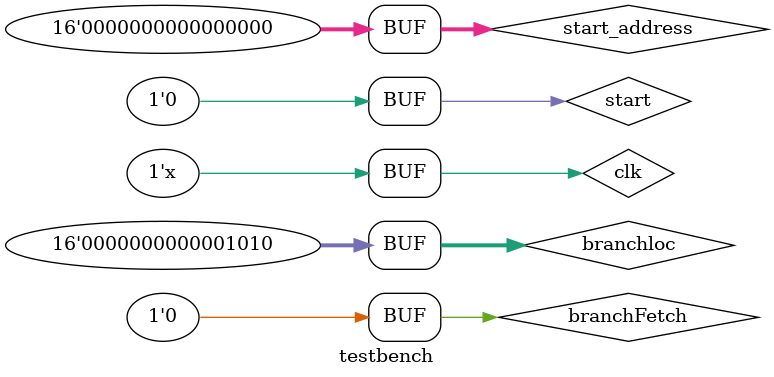
<source format=sv>
module testbench();

reg	clk;
reg	start;
reg	branchFetch;
reg	[15:0] branchloc;
reg	[15:0] start_address;
wire	currentPC;

wire	[2:0] destinationRegister;
wire	[2:0] sourceRegister1;
wire	[2:0] sourceRegister2;
wire	[3:0] ALUOp;
wire	[7:0] sR1Data;
wire	[7:0] sR2Data;
wire	Immflag;
wire	[1:0] InstrFormat;
wire	[3:0] InstrOp;
wire	[15:0] PC;
wire	[2:0]	immediateData;

/**
//Inputs for regfile
reg [2:0] sourceReg1;
reg [2:0] sourceReg2;
reg [2:0] destReg;
reg writeFlag;
reg [7:0] dataIn;
reg clk;
//Outputs for regfile
wire [7:0] data1;
wire [7:0] data2;

//Inputs for ALU
reg [3:0] aluOp;
reg [7:0] aluRegIn1;
reg [7:0] aluRegIn2;
reg clkFetch;
//Outputs for ALU
wire [7:0] aluOut;
wire aluBranchOut;

//Inputs for fetch
reg start;
reg [7:0] start_address;
reg branchFetch;
reg [7:0] branchloc;
//Outputs for fetch
wire [7:0] nextPC;
**/

initial begin
	// Regfile Waveform
	clk = 1;
	branchFetch = 0;
	#5	start_address 	= 16'b0000000000000101;
	#5;
	#5	start		= 1;
	#15 	start		= 0;
	#30	start		= 1;
	#30	start 	= 0;
	#5	branchloc = 10;
			branchFetch = 1;
	#15	branchFetch = 0;
	#10	start = 1;
	#10	start		= 0;
			start_address	= 8'b00000000;
	#10	start		= 1;
	#10	start 	= 0;
	
end

always begin
	#5 clk = ~clk;
end

regfile	b2v_inst(
	
	.clk(clk),
	
	.destReg_i(destinationRegister),
	.sourceReg1_i(sourceRegister1),
	.sourceReg2_i(sourceRegister2),
	.data1_o(sR1Data),
	.data2_o(sR2Data));


alu	b2v_inst1(
	.inst_i(ALUOp),
	.reg1_i(sR1Data),
	.reg2_i(sR2Data)
	
	);


control	b2v_inst2(
	.imm_flag(Immflag),
	.format(InstrFormat),
	.opcode(InstrOp),
	.alu_inst(ALUOp));


instr_rom	b2v_inst3(
	.pc(PC),
	.imm_flag(Immflag),
	.format(InstrFormat),
	
	.opcode(InstrOp),
	.reg1_i(sourceRegister1),
	.reg2_i(sourceRegister2),
	.reg_o(destinationRegister),
	.imm(immediateData));


fetch	b2v_inst4(
	.clk(clk),
	.start_i(start),
	.branch_i(branchFetch),
	.branchloc_i(branchloc),
	.start_address_i(start_address),
	.pc(PC));


endmodule
</source>
